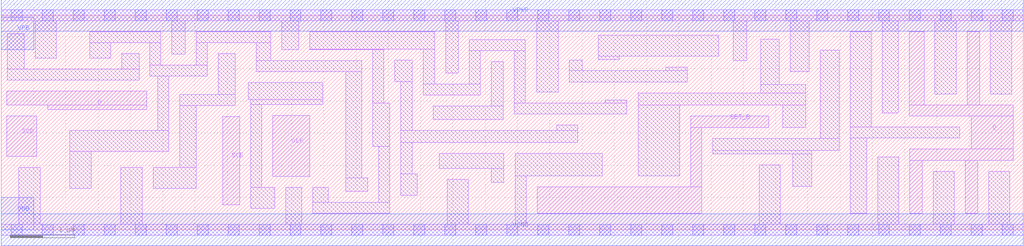
<source format=lef>
# Copyright 2020 The SkyWater PDK Authors
#
# Licensed under the Apache License, Version 2.0 (the "License");
# you may not use this file except in compliance with the License.
# You may obtain a copy of the License at
#
#     https://www.apache.org/licenses/LICENSE-2.0
#
# Unless required by applicable law or agreed to in writing, software
# distributed under the License is distributed on an "AS IS" BASIS,
# WITHOUT WARRANTIES OR CONDITIONS OF ANY KIND, either express or implied.
# See the License for the specific language governing permissions and
# limitations under the License.
#
# SPDX-License-Identifier: Apache-2.0

VERSION 5.5 ;
NAMESCASESENSITIVE ON ;
BUSBITCHARS "[]" ;
DIVIDERCHAR "/" ;
MACRO sky130_fd_sc_lp__sdfstp_4
  CLASS CORE ;
  SOURCE USER ;
  ORIGIN  0.000000  0.000000 ;
  SIZE  15.84000 BY  3.330000 ;
  SYMMETRY X Y R90 ;
  SITE unit ;
  PIN D
    ANTENNAGATEAREA  0.159000 ;
    DIRECTION INPUT ;
    USE SIGNAL ;
    PORT
      LAYER li1 ;
        RECT 0.085000 1.935000 2.255000 2.155000 ;
        RECT 0.720000 1.870000 2.255000 1.935000 ;
    END
  END D
  PIN Q
    ANTENNADIFFAREA  1.176000 ;
    DIRECTION OUTPUT ;
    USE SIGNAL ;
    PORT
      LAYER li1 ;
        RECT 14.070000 1.765000 15.685000 1.935000 ;
        RECT 14.070000 1.935000 14.300000 3.075000 ;
        RECT 14.080000 0.255000 14.270000 1.075000 ;
        RECT 14.080000 1.075000 15.685000 1.255000 ;
        RECT 14.940000 0.255000 15.130000 1.075000 ;
        RECT 14.970000 1.935000 15.160000 3.075000 ;
        RECT 15.035000 1.255000 15.685000 1.765000 ;
    END
  END Q
  PIN SCD
    ANTENNAGATEAREA  0.159000 ;
    DIRECTION INPUT ;
    USE SIGNAL ;
    PORT
      LAYER li1 ;
        RECT 0.085000 1.140000 0.550000 1.765000 ;
    END
  END SCD
  PIN SCE
    ANTENNAGATEAREA  0.318000 ;
    DIRECTION INPUT ;
    USE SIGNAL ;
    PORT
      LAYER li1 ;
        RECT 3.435000 0.390000 3.695000 1.760000 ;
    END
  END SCE
  PIN SET_B
    ANTENNAGATEAREA  0.252000 ;
    DIRECTION INPUT ;
    USE SIGNAL ;
    PORT
      LAYER li1 ;
        RECT  8.305000 0.255000 10.855000 0.665000 ;
        RECT 10.685000 0.665000 10.855000 1.585000 ;
        RECT 10.685000 1.585000 11.895000 1.765000 ;
    END
  END SET_B
  PIN CLK
    ANTENNAGATEAREA  0.159000 ;
    DIRECTION INPUT ;
    USE CLOCK ;
    PORT
      LAYER li1 ;
        RECT 4.205000 0.830000 4.780000 1.775000 ;
    END
  END CLK
  PIN VGND
    DIRECTION INOUT ;
    USE GROUND ;
    PORT
      LAYER met1 ;
        RECT 0.000000 -0.245000 15.840000 0.245000 ;
    END
  END VGND
  PIN VNB
    DIRECTION INOUT ;
    USE GROUND ;
    PORT
    END
  END VNB
  PIN VPB
    DIRECTION INOUT ;
    USE POWER ;
    PORT
    END
  END VPB
  PIN VNB
    DIRECTION INOUT ;
    USE GROUND ;
    PORT
      LAYER met1 ;
        RECT 0.000000 0.000000 0.500000 0.500000 ;
    END
  END VNB
  PIN VPB
    DIRECTION INOUT ;
    USE POWER ;
    PORT
      LAYER met1 ;
        RECT 0.000000 2.800000 0.500000 3.300000 ;
    END
  END VPB
  PIN VPWR
    DIRECTION INOUT ;
    USE POWER ;
    PORT
      LAYER met1 ;
        RECT 0.000000 3.085000 15.840000 3.575000 ;
    END
  END VPWR
  OBS
    LAYER li1 ;
      RECT  0.000000 -0.085000 15.840000 0.085000 ;
      RECT  0.000000  3.245000 15.840000 3.415000 ;
      RECT  0.095000  2.325000  2.135000 2.495000 ;
      RECT  0.095000  2.495000  0.355000 3.045000 ;
      RECT  0.275000  0.085000  0.605000 0.970000 ;
      RECT  0.525000  2.665000  0.855000 3.245000 ;
      RECT  1.065000  0.640000  1.395000 1.215000 ;
      RECT  1.065000  1.215000  2.595000 1.540000 ;
      RECT  1.370000  2.665000  1.700000 2.905000 ;
      RECT  1.370000  2.905000  2.475000 3.075000 ;
      RECT  1.855000  0.085000  2.185000 0.970000 ;
      RECT  1.870000  2.495000  2.135000 2.735000 ;
      RECT  2.305000  2.385000  3.195000 2.555000 ;
      RECT  2.305000  2.555000  2.475000 2.905000 ;
      RECT  2.355000  0.640000  3.025000 0.970000 ;
      RECT  2.425000  1.540000  2.595000 2.385000 ;
      RECT  2.645000  2.725000  2.855000 3.245000 ;
      RECT  2.765000  0.970000  3.025000 1.930000 ;
      RECT  2.765000  1.930000  3.625000 2.100000 ;
      RECT  3.025000  2.555000  3.195000 2.905000 ;
      RECT  3.025000  2.905000  4.180000 3.075000 ;
      RECT  3.365000  2.100000  3.625000 2.735000 ;
      RECT  3.825000  2.025000  4.985000 2.285000 ;
      RECT  3.865000  0.330000  4.240000 0.660000 ;
      RECT  3.865000  0.660000  4.035000 1.945000 ;
      RECT  3.865000  1.945000  4.985000 2.025000 ;
      RECT  3.955000  2.455000  5.590000 2.625000 ;
      RECT  3.955000  2.625000  4.180000 2.905000 ;
      RECT  4.350000  2.795000  4.610000 3.245000 ;
      RECT  4.410000  0.085000  4.660000 0.660000 ;
      RECT  4.780000  2.795000  5.930000 2.805000 ;
      RECT  4.780000  2.805000  6.720000 3.075000 ;
      RECT  4.830000  0.255000  6.020000 0.425000 ;
      RECT  4.830000  0.425000  5.070000 0.660000 ;
      RECT  5.340000  0.595000  5.680000 0.805000 ;
      RECT  5.340000  0.805000  5.590000 2.455000 ;
      RECT  5.760000  1.295000  6.020000 1.965000 ;
      RECT  5.760000  1.965000  5.930000 2.795000 ;
      RECT  5.850000  0.425000  6.020000 1.295000 ;
      RECT  6.100000  2.305000  6.370000 2.635000 ;
      RECT  6.190000  0.535000  6.450000 0.865000 ;
      RECT  6.190000  0.865000  6.370000 1.355000 ;
      RECT  6.190000  1.355000  8.935000 1.545000 ;
      RECT  6.190000  1.545000  6.370000 2.305000 ;
      RECT  6.540000  2.095000  7.420000 2.265000 ;
      RECT  6.540000  2.265000  6.720000 2.805000 ;
      RECT  6.695000  1.715000  7.780000 1.925000 ;
      RECT  6.785000  0.950000  7.785000 1.185000 ;
      RECT  6.890000  2.435000  7.080000 3.245000 ;
      RECT  6.910000  0.085000  7.240000 0.780000 ;
      RECT  7.250000  2.265000  7.420000 2.785000 ;
      RECT  7.250000  2.785000  8.120000 2.955000 ;
      RECT  7.590000  1.925000  7.780000 2.615000 ;
      RECT  7.595000  0.735000  7.785000 0.950000 ;
      RECT  7.950000  1.795000  9.690000 1.965000 ;
      RECT  7.950000  1.965000  8.120000 2.785000 ;
      RECT  7.965000  0.085000  8.135000 0.835000 ;
      RECT  7.965000  0.835000  9.315000 1.185000 ;
      RECT  8.300000  2.135000  8.630000 3.245000 ;
      RECT  8.605000  1.545000  8.935000 1.625000 ;
      RECT  8.800000  2.295000 10.630000 2.475000 ;
      RECT  8.800000  2.475000  9.000000 2.635000 ;
      RECT  9.250000  2.645000  9.580000 2.695000 ;
      RECT  9.250000  2.695000 11.120000 3.025000 ;
      RECT  9.360000  1.965000  9.690000 2.015000 ;
      RECT  9.870000  0.835000 10.515000 1.935000 ;
      RECT  9.870000  1.935000 12.465000 2.125000 ;
      RECT 10.300000  2.475000 10.630000 2.525000 ;
      RECT 11.025000  1.175000 12.560000 1.235000 ;
      RECT 11.025000  1.235000 12.990000 1.415000 ;
      RECT 11.340000  2.630000 11.550000 3.245000 ;
      RECT 11.745000  0.085000 12.075000 1.005000 ;
      RECT 11.770000  2.125000 12.465000 2.255000 ;
      RECT 11.770000  2.255000 12.060000 2.960000 ;
      RECT 12.110000  1.585000 12.465000 1.935000 ;
      RECT 12.230000  2.460000 12.525000 3.245000 ;
      RECT 12.265000  0.675000 12.560000 1.175000 ;
      RECT 12.695000  1.415000 12.990000 2.790000 ;
      RECT 13.160000  0.255000 13.410000 1.425000 ;
      RECT 13.160000  1.425000 14.855000 1.595000 ;
      RECT 13.160000  1.595000 13.480000 3.075000 ;
      RECT 13.580000  0.085000 13.910000 1.130000 ;
      RECT 13.650000  1.815000 13.900000 3.245000 ;
      RECT 14.440000  0.085000 14.770000 0.905000 ;
      RECT 14.470000  2.105000 14.800000 3.245000 ;
      RECT 15.300000  0.085000 15.630000 0.905000 ;
      RECT 15.330000  2.105000 15.660000 3.245000 ;
    LAYER mcon ;
      RECT  0.155000 -0.085000  0.325000 0.085000 ;
      RECT  0.155000  3.245000  0.325000 3.415000 ;
      RECT  0.635000 -0.085000  0.805000 0.085000 ;
      RECT  0.635000  3.245000  0.805000 3.415000 ;
      RECT  1.115000 -0.085000  1.285000 0.085000 ;
      RECT  1.115000  3.245000  1.285000 3.415000 ;
      RECT  1.595000 -0.085000  1.765000 0.085000 ;
      RECT  1.595000  3.245000  1.765000 3.415000 ;
      RECT  2.075000 -0.085000  2.245000 0.085000 ;
      RECT  2.075000  3.245000  2.245000 3.415000 ;
      RECT  2.555000 -0.085000  2.725000 0.085000 ;
      RECT  2.555000  3.245000  2.725000 3.415000 ;
      RECT  3.035000 -0.085000  3.205000 0.085000 ;
      RECT  3.035000  3.245000  3.205000 3.415000 ;
      RECT  3.515000 -0.085000  3.685000 0.085000 ;
      RECT  3.515000  3.245000  3.685000 3.415000 ;
      RECT  3.995000 -0.085000  4.165000 0.085000 ;
      RECT  3.995000  3.245000  4.165000 3.415000 ;
      RECT  4.475000 -0.085000  4.645000 0.085000 ;
      RECT  4.475000  3.245000  4.645000 3.415000 ;
      RECT  4.955000 -0.085000  5.125000 0.085000 ;
      RECT  4.955000  3.245000  5.125000 3.415000 ;
      RECT  5.435000 -0.085000  5.605000 0.085000 ;
      RECT  5.435000  3.245000  5.605000 3.415000 ;
      RECT  5.915000 -0.085000  6.085000 0.085000 ;
      RECT  5.915000  3.245000  6.085000 3.415000 ;
      RECT  6.395000 -0.085000  6.565000 0.085000 ;
      RECT  6.395000  3.245000  6.565000 3.415000 ;
      RECT  6.875000 -0.085000  7.045000 0.085000 ;
      RECT  6.875000  3.245000  7.045000 3.415000 ;
      RECT  7.355000 -0.085000  7.525000 0.085000 ;
      RECT  7.355000  3.245000  7.525000 3.415000 ;
      RECT  7.835000 -0.085000  8.005000 0.085000 ;
      RECT  7.835000  3.245000  8.005000 3.415000 ;
      RECT  8.315000 -0.085000  8.485000 0.085000 ;
      RECT  8.315000  3.245000  8.485000 3.415000 ;
      RECT  8.795000 -0.085000  8.965000 0.085000 ;
      RECT  8.795000  3.245000  8.965000 3.415000 ;
      RECT  9.275000 -0.085000  9.445000 0.085000 ;
      RECT  9.275000  3.245000  9.445000 3.415000 ;
      RECT  9.755000 -0.085000  9.925000 0.085000 ;
      RECT  9.755000  3.245000  9.925000 3.415000 ;
      RECT 10.235000 -0.085000 10.405000 0.085000 ;
      RECT 10.235000  3.245000 10.405000 3.415000 ;
      RECT 10.715000 -0.085000 10.885000 0.085000 ;
      RECT 10.715000  3.245000 10.885000 3.415000 ;
      RECT 11.195000 -0.085000 11.365000 0.085000 ;
      RECT 11.195000  3.245000 11.365000 3.415000 ;
      RECT 11.675000 -0.085000 11.845000 0.085000 ;
      RECT 11.675000  3.245000 11.845000 3.415000 ;
      RECT 12.155000 -0.085000 12.325000 0.085000 ;
      RECT 12.155000  3.245000 12.325000 3.415000 ;
      RECT 12.635000 -0.085000 12.805000 0.085000 ;
      RECT 12.635000  3.245000 12.805000 3.415000 ;
      RECT 13.115000 -0.085000 13.285000 0.085000 ;
      RECT 13.115000  3.245000 13.285000 3.415000 ;
      RECT 13.595000 -0.085000 13.765000 0.085000 ;
      RECT 13.595000  3.245000 13.765000 3.415000 ;
      RECT 14.075000 -0.085000 14.245000 0.085000 ;
      RECT 14.075000  3.245000 14.245000 3.415000 ;
      RECT 14.555000 -0.085000 14.725000 0.085000 ;
      RECT 14.555000  3.245000 14.725000 3.415000 ;
      RECT 15.035000 -0.085000 15.205000 0.085000 ;
      RECT 15.035000  3.245000 15.205000 3.415000 ;
      RECT 15.515000 -0.085000 15.685000 0.085000 ;
      RECT 15.515000  3.245000 15.685000 3.415000 ;
  END
END sky130_fd_sc_lp__sdfstp_4
END LIBRARY

</source>
